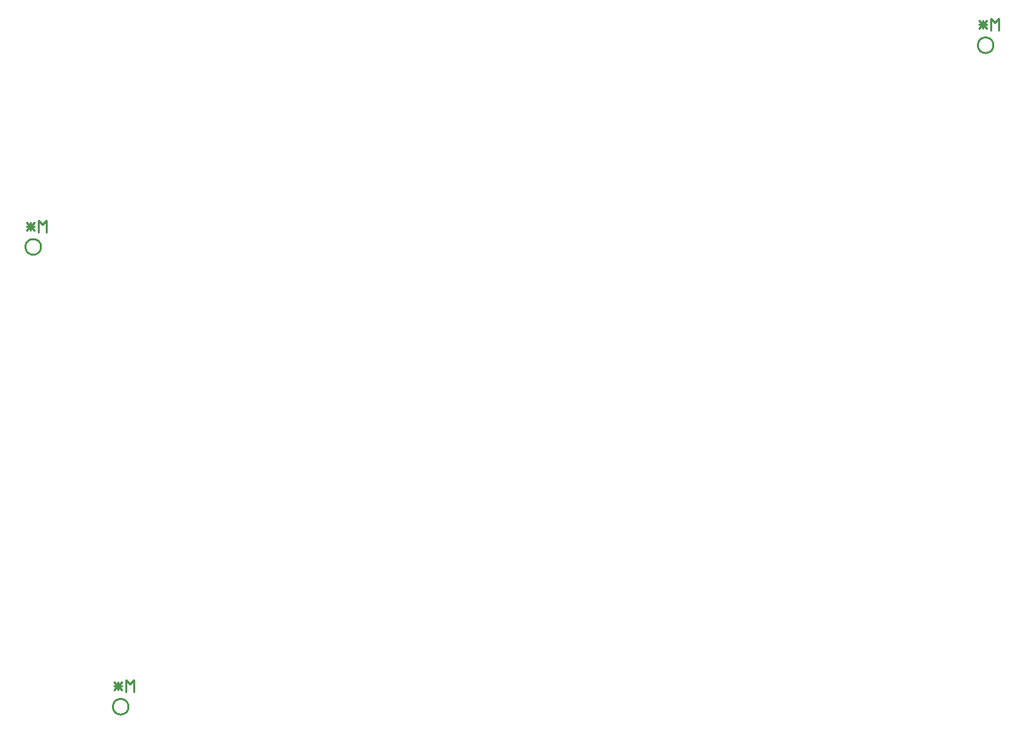
<source format=gbr>
%TF.GenerationSoftware,Altium Limited,Altium Designer,24.1.2 (44)*%
G04 Layer_Color=32896*
%FSLAX45Y45*%
%MOMM*%
%TF.SameCoordinates,D8B4AAC8-E2FB-42F1-BA15-8403934F33DF*%
%TF.FilePolarity,Positive*%
%TF.FileFunction,Legend,Bot*%
%TF.Part,Single*%
G01*
G75*
%TA.AperFunction,NonConductor*%
%ADD79C,0.25400*%
D79*
X3224200Y9537700D02*
G03*
X3224200Y9537700I-100000J0D01*
G01*
X4341800Y3657600D02*
G03*
X4341800Y3657600I-100000J0D01*
G01*
X15390800Y12115800D02*
G03*
X15390800Y12115800I-100000J0D01*
G01*
X3291840Y9725660D02*
Y9878011D01*
X3241057Y9827227D01*
X3190273Y9878011D01*
Y9725660D01*
X3139489Y9852619D02*
X3037922Y9751052D01*
X3139489D02*
X3037922Y9852619D01*
X3139489Y9801835D02*
X3037922D01*
X3088706Y9751052D02*
Y9852619D01*
X4409440Y3845560D02*
Y3997911D01*
X4358657Y3947127D01*
X4307873Y3997911D01*
Y3845560D01*
X4257089Y3972519D02*
X4155522Y3870952D01*
X4257089D02*
X4155522Y3972519D01*
X4257089Y3921735D02*
X4155522D01*
X4206306Y3870952D02*
Y3972519D01*
X15458440Y12303760D02*
Y12456111D01*
X15407657Y12405327D01*
X15356873Y12456111D01*
Y12303760D01*
X15306088Y12430719D02*
X15204523Y12329152D01*
X15306088D02*
X15204523Y12430719D01*
X15306088Y12379935D02*
X15204523D01*
X15255305Y12329152D02*
Y12430719D01*
%TF.MD5,217381fb8b49c1be54c70822cb279f76*%
M02*

</source>
